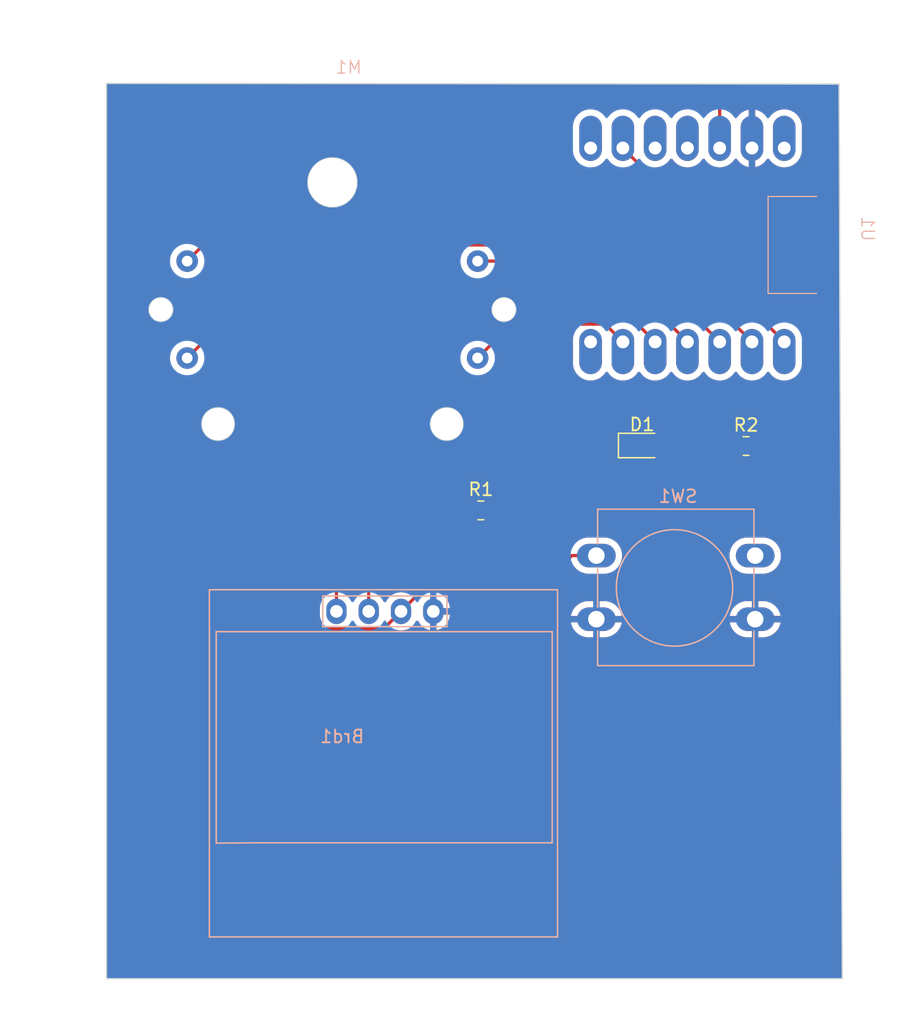
<source format=kicad_pcb>
(kicad_pcb (version 20221018) (generator pcbnew)
  (title_block (title "Handheld PH measure kit") (date "2024-01-29") (rev "v1.0") (company "Qinghong Chen"))
  (layers (0 "F.Cu" signal) (31 "B.Cu" signal) (34 "B.Paste" user) (35 "F.Paste" user) (36 "B.SilkS" user "B.Silkscreen") (37 "F.SilkS" user "F.Silkscreen") (38 "B.Mask" user) (39 "F.Mask" user) (44 "Edge.Cuts" user))
  (net 0 "")
  (net 1 "Net-(Brd1-SDA)")
  (net 2 "Net-(Brd1-SCL)")
  (net 3 "Net-(SW1-B)")
  (net 4 "Net-(U1-GPIO1_A0_D0)")
  (net 5 "Net-(M1--)")
  (net 6 "Net-(U1-GPIO3_A2_D2)")
  (net 7 "Net-(U1-GPIO4_A3_D3)")
  (net 12 "GND")
  (net 14 "Net-(Brd1-VCC)")
  (net 15 "Net-(D1-A)")
  (net 16 "Net-(SW1-A)")
  (net 17 "Net-(U1-GPIO7_A8_D8_SCK)")
  (footprint "Resistor_SMD:R_0805_2012Metric_Pad1.20x1.40mm_HandSolder" (layer "F.Cu") (at 197.104 112.776)
    (fp_text reference "R1" (at 0 -1.65) (layer "F.SilkS"))
    (fp_text value "13 ohms")
    (fp_line (start -0.227064 -0.735) (end 0.227064 -0.735) (stroke (width 0.12)) (layer "F.SilkS"))
    (fp_line (start -0.227064 0.735) (end 0.227064 0.735) (stroke (width 0.12)) (layer "F.SilkS"))
    (pad "1" smd roundrect (at -1 0) (size 1.2 1.4) (layers "F.Cu" "F.Paste" "F.Mask") (roundrect_rratio 0.2083333333) (net 14 "Net-(Brd1-VCC)"))
    (pad "2" smd roundrect (at 1 0) (size 1.2 1.4) (layers "F.Cu" "F.Paste" "F.Mask") (roundrect_rratio 0.2083333333) (net 16 "Net-(SW1-A)"))
  )
  (footprint "LED_SMD:LED_0805_2012Metric_Pad1.15x1.40mm_HandSolder" (layer "F.Cu") (at 209.791867 107.674867)
    (fp_text reference "D1" (at 0 -1.65) (layer "F.SilkS"))
    (fp_text value "LED")
    (fp_line (start -1.86 -0.96) (end -1.86 0.96) (stroke (width 0.12)) (layer "F.SilkS"))
    (fp_line (start -1.86 0.96) (end 1 0.96) (stroke (width 0.12)) (layer "F.SilkS"))
    (fp_line (start 1 -0.96) (end -1.86 -0.96) (stroke (width 0.12)) (layer "F.SilkS"))
    (pad "1" smd roundrect (at -1.025 0) (size 1.15 1.4) (layers "F.Cu" "F.Paste" "F.Mask") (roundrect_rratio 0.2173913043) (net 17 "Net-(U1-GPIO7_A8_D8_SCK)"))
    (pad "2" smd roundrect (at 1.025 0) (size 1.15 1.4) (layers "F.Cu" "F.Paste" "F.Mask") (roundrect_rratio 0.2173913043) (net 15 "Net-(D1-A)"))
  )
  (footprint "Resistor_SMD:R_0805_2012Metric_Pad1.20x1.40mm_HandSolder" (layer "F.Cu") (at 217.977867 107.717132)
    (fp_text reference "R2" (at 0 -1.65) (layer "F.SilkS"))
    (fp_text value "165 ohm")
    (fp_line (start -0.227064 -0.735) (end 0.227064 -0.735) (stroke (width 0.12)) (layer "F.SilkS"))
    (fp_line (start -0.227064 0.735) (end 0.227064 0.735) (stroke (width 0.12)) (layer "F.SilkS"))
    (pad "1" smd roundrect (at -1 0) (size 1.2 1.4) (layers "F.Cu" "F.Paste" "F.Mask") (roundrect_rratio 0.2083333333) (net 15 "Net-(D1-A)"))
    (pad "2" smd roundrect (at 1 0) (size 1.2 1.4) (layers "F.Cu" "F.Paste" "F.Mask") (roundrect_rratio 0.2083333333) (net 12 "GND"))
  )
  (footprint "esp32_sense:XIAO_ESP32_SENSE" (layer "B.Cu") (at 213.36 91.905735 90)
    (fp_text reference "U1" (at 1.27 14.2 270 unlocked) (layer "B.SilkS") (effects (font (thickness 0.1)) (justify mirror)))
    (fp_text value "~")
    (fp_line (start -3.81 6.35) (end 3.81 6.35) (stroke (width 0.1)) (layer "B.SilkS"))
    (fp_line (start -3.81 10.16) (end -3.81 6.35) (stroke (width 0.1)) (layer "B.SilkS"))
    (fp_line (start 3.81 6.35) (end 3.81 10.16) (stroke (width 0.1)) (layer "B.SilkS"))
    (pad "1" thru_hole oval (at -7.62 7.62 90) (size 3.556 1.778) (drill 1.016 (offset -0.762 0)) (layers "*.Cu" "*.Mask") (net 4 "Net-(U1-GPIO1_A0_D0)"))
    (pad "2" thru_hole oval (at -7.62 5.08 90) (size 3.556 1.778) (drill 1.016 (offset -0.762 0)) (layers "*.Cu" "*.Mask") (net 5 "Net-(M1--)"))
    (pad "3" thru_hole oval (at -7.62 2.54 90) (size 3.556 1.778) (drill 1.016 (offset -0.762 0)) (layers "*.Cu" "*.Mask") (net 6 "Net-(U1-GPIO3_A2_D2)"))
    (pad "4" thru_hole oval (at -7.62 0 90) (size 3.556 1.778) (drill 1.016 (offset -0.762 0)) (layers "*.Cu" "*.Mask") (net 7 "Net-(U1-GPIO4_A3_D3)"))
    (pad "5" thru_hole oval (at -7.62 -2.54 90) (size 3.556 1.778) (drill 1.016 (offset -0.762 0)) (layers "*.Cu" "*.Mask") (net 1 "Net-(Brd1-SDA)"))
    (pad "6" thru_hole oval (at -7.62 -5.08 90) (size 3.556 1.778) (drill 1.016 (offset -0.762 0)) (layers "*.Cu" "*.Mask") (net 2 "Net-(Brd1-SCL)"))
    (pad "7" thru_hole oval (at -7.62 -7.62 90) (size 3.556 1.778) (drill 1.016 (offset -0.762 0)) (layers "*.Cu" "*.Mask"))
    (pad "8" thru_hole oval (at 7.62 7.62 90) (size 3.556 1.778) (drill 1.016 (offset 0.762 0)) (layers "*.Cu" "*.Mask"))
    (pad "9" thru_hole oval (at 7.62 5.08 90) (size 3.556 1.778) (drill 1.016 (offset 0.762 0)) (layers "*.Cu" "*.Mask") (net 12 "GND"))
    (pad "10" thru_hole oval (at 7.62 2.54 90) (size 3.556 1.778) (drill 1.016 (offset 0.762 0)) (layers "*.Cu" "*.Mask") (net 14 "Net-(Brd1-VCC)"))
    (pad "11" thru_hole oval (at 7.62 0 90) (size 3.556 1.778) (drill 1.016 (offset 0.762 0)) (layers "*.Cu" "*.Mask"))
    (pad "12" thru_hole oval (at 7.62 -2.54 90) (size 3.556 1.778) (drill 1.016 (offset 0.762 0)) (layers "*.Cu" "*.Mask"))
    (pad "13" thru_hole oval (at 7.62 -5.08 90) (size 3.556 1.778) (drill 1.016 (offset 0.762 0)) (layers "*.Cu" "*.Mask") (net 17 "Net-(U1-GPIO7_A8_D8_SCK)"))
    (pad "14" thru_hole oval (at 7.62 -7.62 90) (size 3.556 1.778) (drill 1.016 (offset 0.762 0)) (layers "*.Cu" "*.Mask"))
  )
  (footprint "Button_Switch_THT:SW_PUSH-12mm" (layer "B.Cu") (at 218.694 116.332 180)
    (fp_text reference "SW1" (at 6.08 4.66) (layer "B.SilkS") (effects (justify mirror)))
    (fp_text value "SW_SPST")
    (fp_line (start 0.1 -8.65) (end 0.1 -5.93) (stroke (width 0.12)) (layer "B.SilkS"))
    (fp_line (start 0.1 -4.07) (end 0.1 -0.93) (stroke (width 0.12)) (layer "B.SilkS"))
    (fp_line (start 0.1 0.93) (end 0.1 3.65) (stroke (width 0.12)) (layer "B.SilkS"))
    (fp_line (start 0.1 3.65) (end 12.4 3.65) (stroke (width 0.12)) (layer "B.SilkS"))
    (fp_line (start 12.4 -8.65) (end 0.1 -8.65) (stroke (width 0.12)) (layer "B.SilkS"))
    (fp_line (start 12.4 -5.93) (end 12.4 -8.65) (stroke (width 0.12)) (layer "B.SilkS"))
    (fp_line (start 12.4 -0.93) (end 12.4 -4.07) (stroke (width 0.12)) (layer "B.SilkS"))
    (fp_line (start 12.4 3.65) (end 12.4 0.93) (stroke (width 0.12)) (layer "B.SilkS"))
    (fp_circle (center 6.35 -2.54) (end 10.16 -5.08) (stroke (width 0.12)) (fill none) (layer "B.SilkS"))
    (pad "1" thru_hole oval (at 0 0 180) (size 3.048 1.85) (drill 1.3) (layers "*.Cu" "*.Mask") (net 3 "Net-(SW1-B)"))
    (pad "1" thru_hole oval (at 12.5 0 180) (size 3.048 1.85) (drill 1.3) (layers "*.Cu" "*.Mask") (net 16 "Net-(SW1-A)"))
    (pad "2" thru_hole oval (at 0 -5 180) (size 3.048 1.85) (drill 1.3) (layers "*.Cu" "*.Mask") (net 12 "GND"))
    (pad "2" thru_hole oval (at 12.5 -5 180) (size 3.048 1.85) (drill 1.3) (layers "*.Cu" "*.Mask") (net 12 "GND"))
  )
  (footprint "motor:x27_stepper_two_holes" (layer "B.Cu") (at 182.88 107.145735 180)
    (fp_text reference "M1" (at -3.81 29.21 unlocked) (layer "B.SilkS") (effects (font (thickness 0.1)) (justify mirror)))
    (fp_text value "Stepper_Motor_bipolar")
    (fp_circle (center -16.04 10.16) (end -15.09 10.16) (stroke (width 0.05)) (fill none) (layer "Edge.Cuts"))
    (fp_circle (center -11.54 1.16) (end -10.24 1.16) (stroke (width 0.05)) (fill none) (layer "Edge.Cuts"))
    (fp_circle (center -2.54 20.16) (end -0.59 20.16) (stroke (width 0.05)) (fill none) (layer "Edge.Cuts"))
    (fp_circle (center 6.46 1.16) (end 7.76 1.16) (stroke (width 0.05)) (fill none) (layer "Edge.Cuts"))
    (fp_circle (center 10.96 10.16) (end 11.91 10.16) (stroke (width 0.05)) (fill none) (layer "Edge.Cuts"))
    (pad "1" thru_hole circle (at 8.89 13.97 180) (size 1.7 1.7) (drill 0.85) (layers "*.Cu" "*.Mask") (net 4 "Net-(U1-GPIO1_A0_D0)"))
    (pad "2" thru_hole circle (at 8.89 6.35 180) (size 1.7 1.7) (drill 0.85) (layers "*.Cu" "*.Mask") (net 5 "Net-(M1--)"))
    (pad "3" thru_hole circle (at -13.97 13.97 180) (size 1.7 1.7) (drill 0.85) (layers "*.Cu" "*.Mask") (net 6 "Net-(U1-GPIO3_A2_D2)"))
    (pad "4" thru_hole circle (at -13.97 6.35 180) (size 1.7 1.7) (drill 0.85) (layers "*.Cu" "*.Mask") (net 7 "Net-(U1-GPIO4_A3_D3)"))
  )
  (footprint "ssd1306:128x64OLED" (layer "B.Cu") (at 189.738 131.318 180)
    (fp_text reference "Brd1" (at 3.556 0.762) (layer "B.SilkS") (effects (justify mirror)))
    (fp_text value "SSD1306")
    (fp_line (start -13.4 -15) (end -13.4 12.3) (stroke (width 0.12)) (layer "B.SilkS"))
    (fp_line (start -13.4 12.3) (end 14 12.3) (stroke (width 0.12)) (layer "B.SilkS"))
    (fp_line (start -12.978 -7.595) (end -12.978 9.005) (stroke (width 0.12)) (layer "B.SilkS"))
    (fp_line (start -12.978 9.005) (end 10.122 9.005) (stroke (width 0.12)) (layer "B.SilkS"))
    (fp_line (start -4.699 11.811) (end -4.699 9.398) (stroke (width 0.12)) (layer "B.SilkS"))
    (fp_line (start -4.699 11.811) (end 5.08 11.811) (stroke (width 0.12)) (layer "B.SilkS"))
    (fp_line (start 5.08 9.398) (end -4.699 9.398) (stroke (width 0.12)) (layer "B.SilkS"))
    (fp_line (start 5.08 11.811) (end 5.08 9.398) (stroke (width 0.12)) (layer "B.SilkS"))
    (fp_line (start 10.122 -7.595) (end -12.978 -7.595) (stroke (width 0.12)) (layer "B.SilkS"))
    (fp_line (start 10.122 -7.595) (end 13.462 -7.62) (stroke (width 0.12)) (layer "B.SilkS"))
    (fp_line (start 10.122 9.005) (end 13.208 9.005) (stroke (width 0.12)) (layer "B.SilkS"))
    (fp_line (start 13.462 -7.62) (end 13.462 9.017) (stroke (width 0.12)) (layer "B.SilkS"))
    (fp_line (start 13.462 9.017) (end 13.208 9.005) (stroke (width 0.12)) (layer "B.SilkS"))
    (fp_line (start 14 -15) (end -13.4 -15) (stroke (width 0.12)) (layer "B.SilkS"))
    (fp_line (start 14 12.3) (end 14 -15) (stroke (width 0.12)) (layer "B.SilkS"))
    (pad "1" thru_hole oval (at -3.62 10.6 90) (size 2 1.6) (drill 1) (layers "*.Cu" "*.Mask") (net 12 "GND"))
    (pad "2" thru_hole oval (at -1.08 10.6 90) (size 2 1.6) (drill 1) (layers "*.Cu" "*.Mask") (net 14 "Net-(Brd1-VCC)"))
    (pad "3" thru_hole oval (at 1.46 10.6 90) (size 2 1.6) (drill 1) (layers "*.Cu" "*.Mask") (net 2 "Net-(Brd1-SCL)"))
    (pad "4" thru_hole oval (at 4 10.6 90) (size 2 1.6) (drill 1) (layers "*.Cu" "*.Mask") (net 1 "Net-(Brd1-SDA)"))
  )
  (gr_line (start 167.64 79.205735) (end 225.298 79.248) (stroke (width 0.1)) (layer "Edge.Cuts"))
  (gr_line (start 167.64 79.205735) (end 167.64 149.606) (stroke (width 0.1)) (layer "Edge.Cuts"))
  (gr_line (start 167.64 149.606) (end 225.552 149.606) (stroke (width 0.1)) (layer "Edge.Cuts"))
  (gr_line (start 225.298 79.248) (end 225.552 149.606) (stroke (width 0.1)) (layer "Edge.Cuts"))
  (segment (start 186.273792 104.556208) (end 195.417792 104.556208) (width 0.254) (layer "F.Cu") (net 1))
  (segment (start 195.417792 104.556208) (end 202.629055 97.344945) (width 0.254) (layer "F.Cu") (net 1))
  (segment (start 185.738 105.092) (end 186.273792 104.556208) (width 0.254) (layer "F.Cu") (net 1))
  (segment (start 185.738 105.664) (end 185.738 105.092) (width 0.254) (layer "F.Cu") (net 1))
  (segment (start 185.738 120.718) (end 185.738 105.664) (width 0.254) (layer "F.Cu") (net 1))
  (segment (start 202.629055 97.344945) (end 208.63921 97.344945) (width 0.254) (layer "F.Cu") (net 1))
  (segment (start 208.63921 97.344945) (end 210.82 99.525735) (width 0.254) (layer "F.Cu") (net 1))
  (segment (start 195.909735 107.620265) (end 196.342 107.188) (width 0.254) (layer "F.Cu") (net 2))
  (segment (start 208.28 99.525735) (end 208.28 101.938735) (width 0.254) (layer "F.Cu") (net 2))
  (segment (start 203.369265 98.128735) (end 206.883 98.128735) (width 0.254) (layer "F.Cu") (net 2))
  (segment (start 206.883 98.128735) (end 208.28 99.525735) (width 0.254) (layer "F.Cu") (net 2))
  (segment (start 196.342 105.156) (end 203.369265 98.128735) (width 0.254) (layer "F.Cu") (net 2))
  (segment (start 189.08358 107.620265) (end 195.909735 107.620265) (width 0.254) (layer "F.Cu") (net 2))
  (segment (start 188.278 120.718) (end 188.278 108.425845) (width 0.254) (layer "F.Cu") (net 2))
  (segment (start 188.278 108.425845) (end 189.08358 107.620265) (width 0.254) (layer "F.Cu") (net 2))
  (segment (start 196.342 107.188) (end 196.342 105.156) (width 0.254) (layer "F.Cu") (net 2))
  (segment (start 218.694 116.332) (end 219.202 115.824) (width 0.254) (layer "F.Cu") (net 3))
  (segment (start 177.8 89.365735) (end 210.82 89.365735) (width 0.254) (layer "F.Cu") (net 4))
  (segment (start 210.82 89.365735) (end 220.98 99.525735) (width 0.254) (layer "F.Cu") (net 4))
  (segment (start 173.99 93.175735) (end 177.8 89.365735) (width 0.254) (layer "F.Cu") (net 4))
  (segment (start 210.82 91.905735) (end 218.44 99.525735) (width 0.254) (layer "F.Cu") (net 5))
  (segment (start 182.88 91.905735) (end 210.82 91.905735) (width 0.254) (layer "F.Cu") (net 5))
  (segment (start 218.44 100.432786) (end 218.44 99.525735) (width 0.254) (layer "F.Cu") (net 5))
  (segment (start 173.99 100.795735) (end 182.88 91.905735) (width 0.254) (layer "F.Cu") (net 5))
  (segment (start 196.85 93.175735) (end 209.55 93.175735) (width 0.254) (layer "F.Cu") (net 6))
  (segment (start 209.55 93.175735) (end 215.9 99.525735) (width 0.254) (layer "F.Cu") (net 6))
  (segment (start 208.28 94.445735) (end 213.36 99.525735) (width 0.254) (layer "F.Cu") (net 7))
  (segment (start 203.2 94.445735) (end 208.28 94.445735) (width 0.254) (layer "F.Cu") (net 7))
  (segment (start 196.85 100.795735) (end 203.2 94.445735) (width 0.254) (layer "F.Cu") (net 7))
  (segment (start 223.012 122.428) (end 224.536 122.428) (width 0.5) (layer "F.Cu") (net 12))
  (segment (start 224.536 127.762) (end 198.531814 127.762) (width 0.254) (layer "F.Cu") (net 12))
  (segment (start 218.44 83.204736) (end 218.44 84.285735) (width 0.5) (layer "F.Cu") (net 12))
  (segment (start 223.752868 107.717132) (end 224.028 107.442) (width 0.5) (layer "F.Cu") (net 12))
  (segment (start 193.358 120.718) (end 195.786367 120.718) (width 0.5) (layer "F.Cu") (net 12))
  (segment (start 218.44 81.241735) (end 218.909735 80.772) (width 0.254) (layer "F.Cu") (net 12))
  (segment (start 218.694 121.332) (end 221.916 121.332) (width 0.5) (layer "F.Cu") (net 12))
  (segment (start 193.358 120.718) (end 193.358 121.468) (width 0.5) (layer "F.Cu") (net 12))
  (segment (start 224.536 114.423) (end 224.536 127.762) (width 0.254) (layer "F.Cu") (net 12))
  (segment (start 224.282 82.042) (end 224.282 107.188) (width 0.254) (layer "F.Cu") (net 12))
  (segment (start 195.834 125.064186) (end 195.834 120.765633) (width 0.254) (layer "F.Cu") (net 12))
  (segment (start 224.028 107.442) (end 224.536 107.95) (width 0.254) (layer "F.Cu") (net 12))
  (segment (start 224.536 107.95) (end 224.536 114.423) (width 0.254) (layer "F.Cu") (net 12))
  (segment (start 224.282 107.188) (end 224.028 107.442) (width 0.254) (layer "F.Cu") (net 12))
  (segment (start 218.44 84.285735) (end 218.44 81.241735) (width 0.5) (layer "F.Cu") (net 12))
  (segment (start 223.012 80.772) (end 224.282 82.042) (width 0.254) (layer "F.Cu") (net 12))
  (segment (start 221.916 121.332) (end 223.012 122.428) (width 0.5) (layer "F.Cu") (net 12))
  (segment (start 218.909735 80.772) (end 223.012 80.772) (width 0.254) (layer "F.Cu") (net 12))
  (segment (start 218.977867 107.717132) (end 223.752868 107.717132) (width 0.5) (layer "F.Cu") (net 12))
  (segment (start 195.834 120.765633) (end 195.786367 120.718) (width 0.254) (layer "F.Cu") (net 12))
  (segment (start 198.531814 127.762) (end 195.834 125.064186) (width 0.254) (layer "F.Cu") (net 12))
  (segment (start 215.9 84.285735) (end 215.9 81.153) (width 0.254) (layer "F.Cu") (net 14))
  (segment (start 169.164 82.249735) (end 170.561 80.852735) (width 0.254) (layer "F.Cu") (net 14))
  (segment (start 171.196 114.3) (end 171.196 110.744) (width 0.254) (layer "F.Cu") (net 14))
  (segment (start 196.104 112.776) (end 196.104 115.432) (width 0.254) (layer "F.Cu") (net 14))
  (segment (start 189.437 122.099) (end 178.995 122.099) (width 0.254) (layer "F.Cu") (net 14))
  (segment (start 171.196 110.744) (end 169.164 108.712) (width 0.254) (layer "F.Cu") (net 14))
  (segment (start 170.561 80.772) (end 215.519 80.772) (width 0.254) (layer "F.Cu") (net 14))
  (segment (start 178.995 122.099) (end 171.196 114.3) (width 0.254) (layer "F.Cu") (net 14))
  (segment (start 190.818 120.718) (end 189.437 122.099) (width 0.254) (layer "F.Cu") (net 14))
  (segment (start 196.104 115.432) (end 190.818 120.718) (width 0.254) (layer "F.Cu") (net 14))
  (segment (start 215.9 81.153) (end 215.599735 80.852735) (width 0.254) (layer "F.Cu") (net 14))
  (segment (start 169.164 108.712) (end 169.164 82.249735) (width 0.254) (layer "F.Cu") (net 14))
  (segment (start 215.852734 107.674867) (end 215.873867 107.696) (width 0.5) (layer "F.Cu") (net 15))
  (segment (start 215.894999 107.717132) (end 216.977867 107.717132) (width 0.5) (layer "F.Cu") (net 15))
  (segment (start 215.392 107.674867) (end 215.852734 107.674867) (width 0.5) (layer "F.Cu") (net 15))
  (segment (start 210.816867 107.674867) (end 215.392 107.674867) (width 0.5) (layer "F.Cu") (net 15))
  (segment (start 215.852734 107.674867) (end 215.894999 107.717132) (width 0.5) (layer "F.Cu") (net 15))
  (segment (start 198.104 111.268) (end 203.708 116.872) (width 0.254) (layer "F.Cu") (net 16))
  (segment (start 205.67 116.856) (end 206.194 116.332) (width 0.254) (layer "F.Cu") (net 16))
  (segment (start 198.104 112.776) (end 198.104 111.268) (width 0.254) (layer "F.Cu") (net 16))
  (segment (start 204.248 116.332) (end 206.194 116.332) (width 0.254) (layer "F.Cu") (net 16))
  (segment (start 203.708 116.872) (end 204.248 116.332) (width 0.254) (layer "F.Cu") (net 16))
  (segment (start 208.766867 107.674867) (end 208.555132 107.463132) (width 0.5) (layer "F.Cu") (net 17))
  (segment (start 222.25 97.536) (end 222.758 98.044) (width 0.254) (layer "F.Cu") (net 17))
  (segment (start 207.242867 107.674867) (end 208.766867 107.674867) (width 0.254) (layer "F.Cu") (net 17))
  (segment (start 217.17 94.234) (end 220.472 97.536) (width 0.254) (layer "F.Cu") (net 17))
  (segment (start 208.28 84.285735) (end 210.862265 86.868) (width 0.254) (layer "F.Cu") (net 17))
  (segment (start 217.17 86.868) (end 217.17 94.234) (width 0.254) (layer "F.Cu") (net 17))
  (segment (start 210.862265 86.868) (end 217.17 86.868) (width 0.254) (layer "F.Cu") (net 17))
  (segment (start 206.248 104.14) (end 204.978 105.41) (width 0.254) (layer "F.Cu") (net 17))
  (segment (start 220.472 97.536) (end 222.25 97.536) (width 0.254) (layer "F.Cu") (net 17))
  (segment (start 204.978 105.41) (end 207.242867 107.674867) (width 0.254) (layer "F.Cu") (net 17))
  (segment (start 222.758 98.044) (end 222.758 104.14) (width 0.254) (layer "F.Cu") (net 17))
  (segment (start 222.758 104.14) (end 206.248 104.14) (width 0.254) (layer "F.Cu") (net 17))
  (segment (start 208.28 84.285735) (end 208.28 83.378684) (width 0.254) (layer "B.Cu") (net 17))
  (zone (net 12) (net_name "GND") (layers "F&B.Cu") (connect_pads (clearance 0.5)) (min_thickness 0.25) (fill yes (thermal_gap 0.5) (thermal_bridge_width 0.5))
    (polygon (pts (xy 159.258 72.898) (xy 231.902 72.644) (xy 230.632 153.162) (xy 161.544 152.654) (xy 160.274 72.898) (xy 162.56 76.2)))
  )
)
</source>
